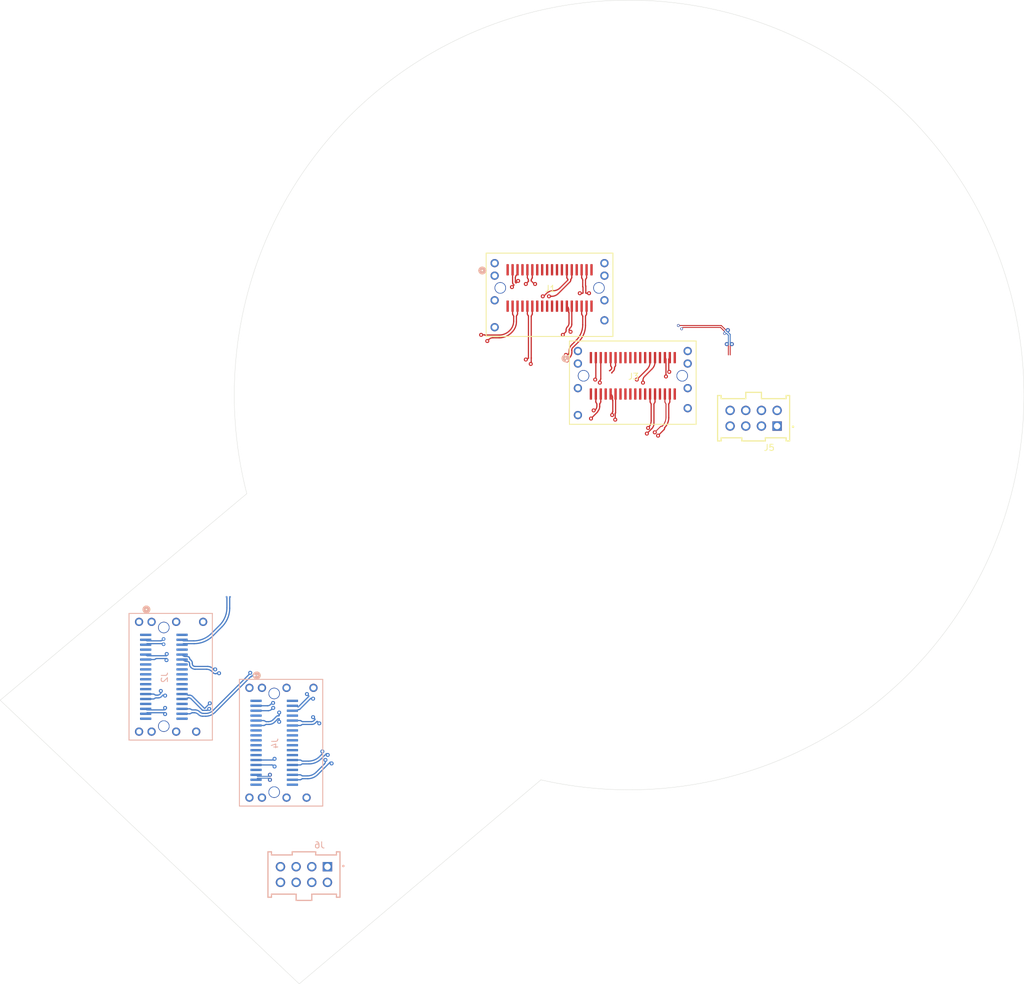
<source format=kicad_pcb>
(kicad_pcb (version 20241229) (generator "pcbnew") (generator_version "9.0")
  (layers (0 "F.Cu" signal "TopLayer") (4 "In1.Cu" signal "Inner1") (6 "In2.Cu" signal "Inner2") (8 "In3.Cu" signal) (10 "In4.Cu" signal) (2 "B.Cu" signal "BottomLayer") (13 "F.Paste" user "TopPasteMaskLayer") (15 "B.Paste" user "BottomPasteMaskLayer") (5 "F.SilkS" user "TopSilkLayer") (7 "B.SilkS" user "BottomSilkLayer") (1 "F.Mask" user "TopSolderMaskLayer") (3 "B.Mask" user "BottomSolderMaskLayer") (25 "Edge.Cuts" user))
  (net 0 "")
  (net 1 "DGND")
  (net 2 "Test_point{0}_P")
  (net 3 "WORD_CLK_0a_P")
  (net 4 "SER_CLK_0a_P")
  (net 5 "DATA_OUT_1a_P")
  (net 6 "RD_CLK0a_P")
  (net 7 "WORD_CLK_1a_P")
  (net 8 "SER_CLK_1a_P")
  (net 9 "DATA_OUT_0a_P")
  (net 10 "ASIC_GR")
  (net 11 "SACI_CLK_P")
  (net 12 "ASIC{0}_SACI_SEL")
  (net 13 "ASIC_SampClkEn_P")
  (net 14 "SPARE_HR{0}_P")
  (net 15 "ASIC{0123}_DM_SN_IO")
  (net 16 "ASIC_SR0_P")
  (net 17 "SACI_CMD_P")
  (net 18 "SACI_RESP_P")
  (net 19 "ASIC_PULSE")
  (net 20 "/VDD1")
  (net 21 "AGND")
  (net 22 "/VDD2")
  (net 23 "Test_point{0}_N")
  (net 24 "RD_CLK0a_N")
  (net 25 "WORD_CLK_0a_N")
  (net 26 "DATA_OUT_1a_N")
  (net 27 "SER_CLK_0a_N")
  (net 28 "SER_CLK_1a_N")
  (net 29 "DATA_OUT_0a_N")
  (net 30 "WORD_CLK_1a_N")
  (net 31 "SPARE_HR{0}_N")
  (net 32 "SACI_RESP_N")
  (net 33 "ASIC_SampClkEn_N")
  (net 34 "SACI_CMD_N")
  (net 35 "SACI_CLK_N")
  (net 36 "ASIC_SR0_N")
  (footprint "lib:SAMTEC_IPL1-104-01-L-D-K" (layer "F.Cu") (at 195.69 88.77 180)
    (property "Reference" "J5")
    (property "Value" "IPL1-104-01-L-D-K")
  )
  (footprint "Connector_SATA_SAS:CONN MINI SAS RCPT 36POS SLD SMD" (layer "F.Cu") (at 169.3024 79.063 180)
    (property "Reference" "J3")
    (property "Value" "CONN_MINI_SAS_RCPT_36POS_SLD_SMD")
  )
  (footprint "Connector_SATA_SAS:CONN MINI SAS RCPT 36POS SLD SMD" (layer "F.Cu") (at 155.8024 64.813 180)
    (property "Reference" "J1")
    (property "Value" "CONN_MINI_SAS_RCPT_36POS_SLD_SMD")
  )
  (footprint "Connector_SATA_SAS:CONN MINI SAS RCPT 36POS SLD SMD" (layer "B.Cu") (at 97.22 123.9 90)
    (property "Reference" "J2")
    (property "Value" "CONN_MINI_SAS_RCPT_36POS_SLD_SMD")
  )
  (footprint "Connector_SATA_SAS:CONN MINI SAS RCPT 36POS SLD SMD" (layer "B.Cu") (at 115.12 134.6 90)
    (property "Reference" "J4")
    (property "Value" "CONN_MINI_SAS_RCPT_36POS_SLD_SMD")
  )
  (footprint "lib:SAMTEC_IPL1-104-01-L-D-K" (layer "B.Cu") (at 122.77 162.77 180)
    (property "Reference" "J6")
    (property "Value" "IPL1-104-01-L-D-K")
  )
  (gr_line (start 122 180.5) (end 161.196947 147.41332) (stroke (width 0.05)) (layer "Edge.Cuts"))
  (gr_arc (start 113.5 101) (mid 220.155213 39.109784) (end 161.196947 147.413321) (stroke (width 0.05)) (layer "Edge.Cuts"))
  (gr_line (start 122 180.5) (end 73.5 134.5) (stroke (width 0.05)) (layer "Edge.Cuts"))
  (gr_line (start 113.5 101) (end 73.5 134.5) (stroke (width 0.05)) (layer "Edge.Cuts"))
  (segment (start 167.9774 67.418741) (end 167.9774 66.363344) (width 0.2) (layer "F.Cu") (net 2))
  (segment (start 167.8024 65.940857) (end 167.8024 64.693) (width 0.2) (layer "F.Cu") (net 2))
  (segment (start 168.025 68.414644) (end 168.025 67.533658) (width 0.2) (layer "F.Cu") (net 2))
  (segment (start 167.5 68.5) (end 167.957322 68.5) (width 0.2) (layer "F.Cu") (net 2))
  (segment (start 168 68.475) (end 167.9875 68.4875) (width 0.2) (layer "F.Cu") (net 2))
  (via micro (at 167.5 68.5) (size 0.66) (drill 0.3) (layers "F.Cu" "In1.Cu") (net 2))
  (arc (start 168.0012 67.4762) (mid 167.983585 67.449837) (end 167.9774 67.418741) (width 0.2) (layer "F.Cu") (net 2))
  (arc (start 167.9875 68.4875) (mid 167.973654 68.496751) (end 167.957322 68.5) (width 0.2) (layer "F.Cu") (net 2))
  (arc (start 168.0012 67.4762) (mid 168.018814 67.502562) (end 168.025 67.533658) (width 0.2) (layer "F.Cu") (net 2))
  (arc (start 168 68.475) (mid 168.018502 68.447308) (end 168.025 68.414644) (width 0.2) (layer "F.Cu") (net 2))
  (arc (start 167.8899 66.152101) (mid 167.954659 66.24902) (end 167.9774 66.363344) (width 0.2) (layer "F.Cu") (net 2))
  (arc (start 167.8899 66.152101) (mid 167.82514 66.055181) (end 167.8024 65.940857) (width 0.2) (layer "F.Cu") (net 2))
  (segment (start 100.2375 136.037499) (end 100.225 136.049999) (width 0.2) (layer "B.Cu") (net 2))
  (segment (start 100.25 135.75) (end 100.25 136.007321) (width 0.2) (layer "B.Cu") (net 2))
  (segment (start 100.164646 136.074999) (end 97.398741 136.074999) (width 0.2) (layer "B.Cu") (net 2))
  (segment (start 97.187499 135.987499) (end 97.1 135.9) (width 0.2) (layer "B.Cu") (net 2))
  (arc (start 100.25 136.007321) (mid 100.246751 136.023653) (end 100.2375 136.037499) (width 0.2) (layer "B.Cu") (net 2))
  (arc (start 100.164646 136.074999) (mid 100.197309 136.068501) (end 100.225 136.049999) (width 0.2) (layer "B.Cu") (net 2))
  (arc (start 97.398741 136.074999) (mid 97.284417 136.052258) (end 97.187499 135.987499) (width 0.2) (layer "B.Cu") (net 2))
  (via micro (at 100.25 135.75) (size 0.66) (drill 0.3) (layers "In1.Cu" "B.Cu") (net 2))
  (segment (start 165.274999 74.494375) (end 165.274999 74.609688) (width 0.2) (layer "F.Cu") (net 3))
  (segment (start 164.75 75.25) (end 165.19346 74.806539) (width 0.2) (layer "F.Cu") (net 3))
  (segment (start 165.7109 71.576157) (end 165.7109 71.119642) (width 0.2) (layer "F.Cu") (net 3))
  (segment (start 165.55665 70.74725) (end 165.4024 70.593) (width 0.2) (layer "F.Cu") (net 3))
  (segment (start 165.752399 73.34183) (end 165.752399 71.676345) (width 0.2) (layer "F.Cu") (net 3))
  (via micro (at 164.75 75.25) (size 0.66) (drill 0.3) (layers "F.Cu" "In1.Cu") (net 3))
  (arc (start 165.513699 73.918103) (mid 165.337035 74.182498) (end 165.274999 74.494375) (width 0.2) (layer "F.Cu") (net 3))
  (arc (start 165.752399 73.34183) (mid 165.690362 73.653706) (end 165.513699 73.918103) (width 0.2) (layer "F.Cu") (net 3))
  (arc (start 165.7109 71.576157) (mid 165.716292 71.603267) (end 165.731649 71.626251) (width 0.2) (layer "F.Cu") (net 3))
  (arc (start 165.274999 74.609688) (mid 165.253807 74.716223) (end 165.19346 74.806539) (width 0.2) (layer "F.Cu") (net 3))
  (arc (start 165.7109 71.119642) (mid 165.670811 70.918104) (end 165.55665 70.74725) (width 0.2) (layer "F.Cu") (net 3))
  (arc (start 165.731649 71.626251) (mid 165.747006 71.649234) (end 165.752399 71.676345) (width 0.2) (layer "F.Cu") (net 3))
  (segment (start 103.600156 133.5) (end 103 133.5) (width 0.2) (layer "B.Cu") (net 3))
  (segment (start 104.022643 133.675) (end 104.196049 133.675) (width 0.2) (layer "B.Cu") (net 3))
  (segment (start 106.598743 135.780544) (end 104.703315 133.885116) (width 0.2) (layer "B.Cu") (net 3))
  (segment (start 107.5 135) (end 106.706955 135.793044) (width 0.2) (layer "B.Cu") (net 3))
  (segment (start 106.676777 135.805545) (end 106.659099 135.805545) (width 0.2) (layer "B.Cu") (net 3))
  (arc (start 104.196049 133.675) (mid 104.470579 133.729607) (end 104.703315 133.885116) (width 0.2) (layer "B.Cu") (net 3))
  (arc (start 106.598743 135.780544) (mid 106.626434 135.799047) (end 106.659099 135.805545) (width 0.2) (layer "B.Cu") (net 3))
  (arc (start 106.706955 135.793044) (mid 106.693109 135.802296) (end 106.676777 135.805545) (width 0.2) (layer "B.Cu") (net 3))
  (arc (start 103.8114 133.5875) (mid 103.71448 133.52274) (end 103.600156 133.5) (width 0.2) (layer "B.Cu") (net 3))
  (arc (start 104.022643 133.675) (mid 103.908319 133.652259) (end 103.8114 133.5875) (width 0.2) (layer "B.Cu") (net 3))
  (via micro (at 107.5 135) (size 0.66) (drill 0.3) (layers "In1.Cu" "B.Cu") (net 3))
  (segment (start 159.177399 79.000001) (end 159.1774 78.999998) (width 0.2) (layer "F.Cu") (net 4))
  (segment (start 159.177399 79.000001) (end 158.99012 79.187279) (width 0.2) (layer "F.Cu") (net 4))
  (segment (start 159.1774 78.999998) (end 159.1774 72.263344) (width 0.2) (layer "F.Cu") (net 4))
  (segment (start 159.1774 78.999999) (end 159.177399 79.000001) (width 0.2) (layer "F.Cu") (net 4))
  (segment (start 158.75 79.25) (end 158.8387 79.25) (width 0.2) (layer "F.Cu") (net 4))
  (segment (start 159.0024 71.840857) (end 159.0024 70.593) (width 0.2) (layer "F.Cu") (net 4))
  (via micro (at 158.75 79.25) (size 0.66) (drill 0.3) (layers "F.Cu" "In1.Cu") (net 4))
  (arc (start 158.99012 79.187279) (mid 158.920648 79.233699) (end 158.8387 79.25) (width 0.2) (layer "F.Cu") (net 4))
  (arc (start 159.177399 79.000001) (mid 159.177399 79.000001) (end 159.177399 79.000001) (width 0.2) (layer "F.Cu") (net 4))
  (arc (start 159.1774 78.999998) (mid 159.177399 79) (end 159.177399 79.000001) (width 0.2) (layer "F.Cu") (net 4))
  (arc (start 159.177399 79.000001) (mid 159.177399 79) (end 159.177399 79.000001) (width 0.2) (layer "F.Cu") (net 4))
  (arc (start 159.0899 72.052101) (mid 159.154659 72.14902) (end 159.1774 72.263344) (width 0.2) (layer "F.Cu") (net 4))
  (arc (start 159.177399 79.000001) (mid 159.177399 79) (end 159.1774 78.999999) (width 0.2) (layer "F.Cu") (net 4))
  (arc (start 159.0899 72.052101) (mid 159.02514 71.955181) (end 159.0024 71.840857) (width 0.2) (layer "F.Cu") (net 4))
  (segment (start 103.869031 127.4085) (end 103.526642 127.4085) (width 0.2) (layer "B.Cu") (net 4))
  (segment (start 108.075763 129.440761) (end 108.016524 129.381522) (width 0.2) (layer "B.Cu") (net 4))
  (segment (start 104.66538 128.495195) (end 104.66538 128.5818) (width 0.2) (layer "B.Cu") (net 4))
  (segment (start 108.373046 129.5) (end 108.218778 129.5) (width 0.2) (layer "B.Cu") (net 4))
  (segment (start 107.155803 129.025) (end 105.108579 129.025) (width 0.2) (layer "B.Cu") (net 4))
  (segment (start 104.273252 127.832882) (end 104.47433 128.03396) (width 0.2) (layer "B.Cu") (net 4))
  (segment (start 104.157547 127.553545) (end 104.113951 127.509949) (width 0.2) (layer "B.Cu") (net 4))
  (segment (start 103.15425 127.25425) (end 103 127.1) (width 0.2) (layer "B.Cu") (net 4))
  (arc (start 104.79519 128.89519) (mid 104.699116 128.751405) (end 104.66538 128.5818) (width 0.2) (layer "B.Cu") (net 4))
  (arc (start 104.157547 127.553545) (mid 104.200364 127.617625) (end 104.2154 127.693214) (width 0.2) (layer "B.Cu") (net 4))
  (arc (start 104.79519 128.89519) (mid 104.938974 128.991263) (end 105.108579 129.025) (width 0.2) (layer "B.Cu") (net 4))
  (arc (start 108.075763 129.440761) (mid 108.141378 129.484604) (end 108.218778 129.5) (width 0.2) (layer "B.Cu") (net 4))
  (arc (start 104.2154 127.693214) (mid 104.230435 127.768801) (end 104.273252 127.832882) (width 0.2) (layer "B.Cu") (net 4))
  (arc (start 107.155803 129.025) (mid 107.621621 129.117657) (end 108.016524 129.381522) (width 0.2) (layer "B.Cu") (net 4))
  (arc (start 104.47433 128.03396) (mid 104.615727 128.245576) (end 104.66538 128.495195) (width 0.2) (layer "B.Cu") (net 4))
  (arc (start 103.15425 127.25425) (mid 103.325104 127.368411) (end 103.526642 127.4085) (width 0.2) (layer "B.Cu") (net 4))
  (arc (start 103.869031 127.4085) (mid 104.00158 127.434865) (end 104.113951 127.509949) (width 0.2) (layer "B.Cu") (net 4))
  (via micro (at 108.373046 129.5) (size 0.66) (drill 0.3) (layers "In1.Cu" "B.Cu") (net 4))
  (segment (start 156.807944 67.159099) (end 156.807944 67.175577) (width 0.2) (layer "F.Cu") (net 5))
  (segment (start 156.5 67.5) (end 156.796291 67.203708) (width 0.2) (layer "F.Cu") (net 5))
  (segment (start 156.782943 67.098743) (end 156.70517 67.02097) (width 0.2) (layer "F.Cu") (net 5))
  (segment (start 156.602397 66.772853) (end 156.602397 64.693) (width 0.2) (layer "F.Cu") (net 5))
  (via micro (at 156.5 67.5) (size 0.66) (drill 0.3) (layers "F.Cu" "In1.Cu") (net 5))
  (arc (start 156.782943 67.098743) (mid 156.801446 67.126434) (end 156.807944 67.159099) (width 0.2) (layer "F.Cu") (net 5))
  (arc (start 156.70517 67.02097) (mid 156.629106 66.907133) (end 156.602397 66.772853) (width 0.2) (layer "F.Cu") (net 5))
  (arc (start 156.807944 67.175577) (mid 156.804915 67.190801) (end 156.796291 67.203708) (width 0.2) (layer "F.Cu") (net 5))
  (segment (start 99.487869 124.874999) (end 97.398747 124.874999) (width 0.2) (layer "B.Cu") (net 5))
  (segment (start 100 124.575) (end 99.85 124.724999) (width 0.2) (layer "B.Cu") (net 5))
  (segment (start 97.187501 124.787498) (end 97.1 124.699997) (width 0.2) (layer "B.Cu") (net 5))
  (arc (start 99.487869 124.874999) (mid 99.683853 124.836015) (end 99.85 124.724999) (width 0.2) (layer "B.Cu") (net 5))
  (arc (start 97.187501 124.787498) (mid 97.284421 124.852258) (end 97.398747 124.874999) (width 0.2) (layer "B.Cu") (net 5))
  (via blind (at 100 124.575) (size 0.6) (drill 0.3) (layers "In1.Cu" "B.Cu") (net 5))
  (segment (start 167.9774 73.605823) (end 167.9774 72.263344) (width 0.2) (layer "F.Cu") (net 6))
  (segment (start 167.8024 71.840857) (end 167.8024 70.593) (width 0.2) (layer "F.Cu") (net 6))
  (segment (start 165.25 78.5) (end 165.445312 78.5) (width 0.2) (layer "F.Cu") (net 6))
  (segment (start 165.66817 78.369453) (end 165.602896 78.434726) (width 0.2) (layer "F.Cu") (net 6))
  (segment (start 166.940623 76.108821) (end 166.170467 76.878978) (width 0.2) (layer "F.Cu") (net 6))
  (via micro (at 165.25 78.5) (size 0.66) (drill 0.3) (layers "F.Cu" "In1.Cu") (net 6))
  (arc (start 165.602896 78.434726) (mid 165.530596 78.483035) (end 165.445312 78.5) (width 0.2) (layer "F.Cu") (net 6))
  (arc (start 167.9774 72.263344) (mid 167.954659 72.14902) (end 167.8899 72.052101) (width 0.2) (layer "F.Cu") (net 6))
  (arc (start 166.940623 76.108821) (mid 167.70795 74.960436) (end 167.9774 73.605823) (width 0.2) (layer "F.Cu") (net 6))
  (arc (start 167.8024 71.840857) (mid 167.82514 71.955181) (end 167.8899 72.052101) (width 0.2) (layer "F.Cu") (net 6))
  (arc (start 165.77012 77.845503) (mid 165.874166 77.322423) (end 166.170467 76.878978) (width 0.2) (layer "F.Cu") (net 6))
  (arc (start 165.77012 77.845503) (mid 165.743856 78.112168) (end 165.66817 78.369453) (width 0.2) (layer "F.Cu") (net 6))
  (segment (start 104.247857 135.9) (end 103 135.9) (width 0.2) (layer "B.Cu") (net 6))
  (segment (start 114.055545 130.0909) (end 114.055545 130.055545) (width 0.2) (layer "B.Cu") (net 6))
  (segment (start 106.82754 136.645455) (end 106.522106 136.645455) (width 0.2) (layer "B.Cu") (net 6))
  (segment (start 105.144906 136.075) (end 104.670344 136.075) (width 0.2) (layer "B.Cu") (net 6))
  (segment (start 114.030544 130.151256) (end 108.037547 136.144253) (width 0.2) (layer "B.Cu") (net 6))
  (arc (start 106.522106 136.645455) (mid 106.149438 136.571326) (end 105.833506 136.360227) (width 0.2) (layer "B.Cu") (net 6))
  (arc (start 105.144906 136.075) (mid 105.517573 136.149128) (end 105.833506 136.360227) (width 0.2) (layer "B.Cu") (net 6))
  (arc (start 104.459101 135.9875) (mid 104.55602 136.052259) (end 104.670344 136.075) (width 0.2) (layer "B.Cu") (net 6))
  (arc (start 114.055545 130.0909) (mid 114.049047 130.123564) (end 114.030544 130.151256) (width 0.2) (layer "B.Cu") (net 6))
  (arc (start 104.247857 135.9) (mid 104.362181 135.92274) (end 104.459101 135.9875) (width 0.2) (layer "B.Cu") (net 6))
  (arc (start 106.82754 136.645455) (mid 107.482391 136.515196) (end 108.037547 136.144253) (width 0.2) (layer "B.Cu") (net 6))
  (via micro (at 114.055545 130.055545) (size 0.66) (drill 0.3) (layers "In1.Cu" "B.Cu") (net 6))
  (segment (start 165.536811 66.199012) (end 165.4899 66.152101) (width 0.2) (layer "F.Cu") (net 7))
  (segment (start 165.4024 65.940857) (end 165.4024 64.693) (width 0.2) (layer "F.Cu") (net 7))
  (segment (start 162.091045 68.546142) (end 161.685691 68.951496) (width 0.2) (layer "F.Cu") (net 7))
  (segment (start 163.186754 68.092285) (end 163.192209 68.092285) (width 0.2) (layer "F.Cu") (net 7))
  (segment (start 161.5 69) (end 161.568594 69) (width 0.2) (layer "F.Cu") (net 7))
  (segment (start 164.29723 67.63457) (end 165.536811 66.39499) (width 0.2) (layer "F.Cu") (net 7))
  (via micro (at 161.5 69) (size 0.66) (drill 0.3) (layers "F.Cu" "In1.Cu") (net 7))
  (arc (start 165.5774 66.297001) (mid 165.566851 66.24397) (end 165.536811 66.199012) (width 0.2) (layer "F.Cu") (net 7))
  (arc (start 164.29723 67.63457) (mid 163.790242 67.973328) (end 163.192209 68.092285) (width 0.2) (layer "F.Cu") (net 7))
  (arc (start 163.186754 68.092285) (mid 162.59376 68.210238) (end 162.091045 68.546142) (width 0.2) (layer "F.Cu") (net 7))
  (arc (start 165.4899 66.152101) (mid 165.42514 66.055181) (end 165.4024 65.940857) (width 0.2) (layer "F.Cu") (net 7))
  (arc (start 161.685691 68.951496) (mid 161.631966 68.987394) (end 161.568594 69) (width 0.2) (layer "F.Cu") (net 7))
  (arc (start 165.5774 66.297001) (mid 165.566851 66.350032) (end 165.536811 66.39499) (width 0.2) (layer "F.Cu") (net 7))
  (segment (start 99.555545 133) (end 99.555545 133.3409) (width 0.2) (layer "B.Cu") (net 7))
  (segment (start 99.406173 133.525628) (end 99.530544 133.401256) (width 0.2) (layer "B.Cu") (net 7))
  (segment (start 98.347857 133.5) (end 97.1 133.5) (width 0.2) (layer "B.Cu") (net 7))
  (segment (start 99.045557 133.675) (end 98.770344 133.675) (width 0.2) (layer "B.Cu") (net 7))
  (arc (start 98.770344 133.675) (mid 98.65602 133.652259) (end 98.559101 133.5875) (width 0.2) (layer "B.Cu") (net 7))
  (arc (start 98.347857 133.5) (mid 98.462181 133.52274) (end 98.559101 133.5875) (width 0.2) (layer "B.Cu") (net 7))
  (arc (start 99.555545 133.3409) (mid 99.549047 133.373564) (end 99.530544 133.401256) (width 0.2) (layer "B.Cu") (net 7))
  (arc (start 99.406173 133.525628) (mid 99.24072 133.636179) (end 99.045557 133.675) (width 0.2) (layer "B.Cu") (net 7))
  (via micro (at 99.555545 133) (size 0.66) (drill 0.3) (layers "In1.Cu" "B.Cu") (net 7))
  (segment (start 159.177399 66.500001) (end 159.177399 66.536301) (width 0.2) (layer "F.Cu") (net 8))
  (segment (start 159.1774 66.499999) (end 159.177399 66.500001) (width 0.2) (layer "F.Cu") (net 8))
  (segment (start 158.75 67) (end 159.151731 66.598268) (width 0.2) (layer "F.Cu") (net 8))
  (segment (start 159.177399 66.500001) (end 159.1774 66.499998) (width 0.2) (layer "F.Cu") (net 8))
  (segment (start 159.0024 65.940857) (end 159.0024 64.693) (width 0.2) (layer "F.Cu") (net 8))
  (segment (start 159.1774 66.363344) (end 159.1774 66.499998) (width 0.2) (layer "F.Cu") (net 8))
  (via micro (at 158.75 67) (size 0.66) (drill 0.3) (layers "F.Cu" "In1.Cu") (net 8))
  (arc (start 159.1774 66.499998) (mid 159.177399 66.5) (end 159.177399 66.500001) (width 0.2) (layer "F.Cu") (net 8))
  (arc (start 159.1774 66.363344) (mid 159.154659 66.24902) (end 159.0899 66.152101) (width 0.2) (layer "F.Cu") (net 8))
  (arc (start 159.177399 66.500001) (mid 159.177399 66.500001) (end 159.177399 66.500001) (width 0.2) (layer "F.Cu") (net 8))
  (arc (start 159.177399 66.536301) (mid 159.170728 66.569837) (end 159.151731 66.598268) (width 0.2) (layer "F.Cu") (net 8))
  (arc (start 159.177399 66.500001) (mid 159.177399 66.5) (end 159.1774 66.499999) (width 0.2) (layer "F.Cu") (net 8))
  (arc (start 159.177399 66.500001) (mid 159.177399 66.5) (end 159.177399 66.500001) (width 0.2) (layer "F.Cu") (net 8))
  (arc (start 159.0024 65.940857) (mid 159.02514 66.055181) (end 159.0899 66.152101) (width 0.2) (layer "F.Cu") (net 8))
  (segment (start 100.5 127.249999) (end 100.4875 127.262499) (width 0.2) (layer "B.Cu") (net 8))
  (segment (start 97.193749 127.193749) (end 97.1 127.1) (width 0.2) (layer "B.Cu") (net 8))
  (segment (start 97.42008 127.287499) (end 100.427146 127.287499) (width 0.2) (layer "B.Cu") (net 8))
  (segment (start 100.5125 127.219821) (end 100.5125 127) (width 0.2) (layer "B.Cu") (net 8))
  (arc (start 97.42008 127.287499) (mid 97.29759 127.263134) (end 97.193749 127.193749) (width 0.2) (layer "B.Cu") (net 8))
  (arc (start 100.427146 127.287499) (mid 100.459809 127.281001) (end 100.4875 127.262499) (width 0.2) (layer "B.Cu") (net 8))
  (arc (start 100.5125 127.219821) (mid 100.509251 127.236153) (end 100.5 127.249999) (width 0.2) (layer "B.Cu") (net 8))
  (via micro (at 100.5125 127) (size 0.66) (drill 0.3) (layers "In1.Cu" "B.Cu") (net 8))
  (segment (start 156.0921 74.589701) (end 156.153447 74.528353) (width 0.2) (layer "F.Cu") (net 9))
  (segment (start 152.140681 75.283602) (end 152.174283 75.317204) (width 0.2) (layer "F.Cu") (net 9))
  (segment (start 156.777399 73.022003) (end 156.777399 72.263348) (width 0.2) (layer "F.Cu") (net 9))
  (segment (start 152.402906 75.275) (end 154.437643 75.275) (width 0.2) (layer "F.Cu") (net 9))
  (segment (start 156.602397 71.840855) (end 156.602397 70.593) (width 0.2) (layer "F.Cu") (net 9))
  (segment (start 151.5 75.25) (end 152.059558 75.25) (width 0.2) (layer "F.Cu") (net 9))
  (via micro (at 151.5 75.25) (size 0.66) (drill 0.3) (layers "F.Cu" "In1.Cu") (net 9))
  (arc (start 156.777399 72.263348) (mid 156.754658 72.149022) (end 156.689898 72.052102) (width 0.2) (layer "F.Cu") (net 9))
  (arc (start 156.0921 74.589701) (mid 155.333028 75.096896) (end 154.437643 75.275) (width 0.2) (layer "F.Cu") (net 9))
  (arc (start 156.153447 74.528353) (mid 156.615239 73.837234) (end 156.777399 73.022003) (width 0.2) (layer "F.Cu") (net 9))
  (arc (start 152.402906 75.275) (mid 152.286993 75.286416) (end 152.174283 75.317204) (width 0.2) (layer "F.Cu") (net 9))
  (arc (start 152.140681 75.283602) (mid 152.103461 75.258732) (end 152.059558 75.25) (width 0.2) (layer "F.Cu") (net 9))
  (arc (start 156.689898 72.052102) (mid 156.625137 71.955181) (end 156.602397 71.840855) (width 0.2) (layer "F.Cu") (net 9))
  (segment (start 110.274999 119.478401) (end 110.274999 117.835353) (width 0.2) (layer "B.Cu") (net 9))
  (segment (start 110.249999 117.774999) (end 110.225 117.75) (width 0.2) (layer "B.Cu") (net 9))
  (segment (start 107.752449 123.679351) (end 109.088189 122.343612) (width 0.2) (layer "B.Cu") (net 9))
  (segment (start 103.087501 124.787498) (end 103 124.699997) (width 0.2) (layer "B.Cu") (net 9))
  (segment (start 103.298747 124.874999) (end 104.865902 124.874999) (width 0.2) (layer "B.Cu") (net 9))
  (arc (start 110.249999 117.774999) (mid 110.268501 117.802689) (end 110.274999 117.835353) (width 0.2) (layer "B.Cu") (net 9))
  (arc (start 109.088189 122.343612) (mid 109.966557 121.029042) (end 110.274999 119.478401) (width 0.2) (layer "B.Cu") (net 9))
  (arc (start 107.752449 123.679351) (mid 106.42809 124.56426) (end 104.865902 124.874999) (width 0.2) (layer "B.Cu") (net 9))
  (arc (start 103.087501 124.787498) (mid 103.184421 124.852258) (end 103.298747 124.874999) (width 0.2) (layer "B.Cu") (net 9))
  (via micro (at 110.225 117.75) (size 0.3) (drill 0.1) (layers "In1.Cu" "B.Cu") (net 9))
  (segment (start 178.9024 79.6453) (end 178.9024 78.943) (width 0.2) (layer "F.Cu") (net 10))
  (segment (start 176.75 82.5) (end 178.405798 80.844201) (width 0.2) (layer "F.Cu") (net 10))
  (via micro (at 176.75 82.5) (size 0.66) (drill 0.3) (layers "F.Cu" "In2.Cu") (net 10))
  (arc (start 178.9024 79.6453) (mid 178.773337 80.29414) (end 178.405798 80.844201) (width 0.2) (layer "F.Cu") (net 10))
  (segment (start 117.914644 144.2) (end 115 144.2) (width 0.2) (layer "B.Cu") (net 10))
  (segment (start 117.931652 144.199848) (end 117.965826 144.165674) (width 0.2) (layer "B.Cu") (net 10))
  (segment (start 118 144.08317) (end 118 144) (width 0.2) (layer "B.Cu") (net 10))
  (arc (start 118 144.08317) (mid 117.991118 144.12782) (end 117.965826 144.165674) (width 0.2) (layer "B.Cu") (net 10))
  (arc (start 117.931652 144.199848) (mid 117.923009 144.200415) (end 117.914644 144.2) (width 0.2) (layer "B.Cu") (net 10))
  (via micro (at 118 144) (size 0.66) (drill 0.3) (layers "In2.Cu" "B.Cu") (net 10))
  (segment (start 178.9024 86.090857) (end 178.9024 84.843) (width 0.2) (layer "F.Cu") (net 11))
  (segment (start 179.0774 86.513344) (end 179.0774 89.15684) (width 0.2) (layer "F.Cu") (net 11))
  (via micro (at 178.58415 90.347651) (size 0.66) (drill 0.3) (layers "F.Cu" "In2.Cu") (net 11))
  (arc (start 179.0774 86.513344) (mid 179.054659 86.39902) (end 178.9899 86.302101) (width 0.2) (layer "F.Cu") (net 11))
  (arc (start 178.9899 86.302101) (mid 178.92514 86.205181) (end 178.9024 86.090857) (width 0.2) (layer "F.Cu") (net 11))
  (arc (start 178.58415 90.347651) (mid 178.949208 89.801302) (end 179.0774 89.15684) (width 0.2) (layer "F.Cu") (net 11))
  (segment (start 122.570344 144.375) (end 123.501701 144.375) (width 0.2) (layer "B.Cu") (net 11))
  (segment (start 122.147857 144.2) (end 120.9 144.2) (width 0.2) (layer "B.Cu") (net 11))
  (segment (start 125.30287 143.628931) (end 125.616973 143.314827) (width 0.2) (layer "B.Cu") (net 11))
  (segment (start 125.75 142.993673) (end 125.75 142.805545) (width 0.2) (layer "B.Cu") (net 11))
  (arc (start 122.570344 144.375) (mid 122.45602 144.352259) (end 122.359101 144.2875) (width 0.2) (layer "B.Cu") (net 11))
  (arc (start 125.75 142.993673) (mid 125.715427 143.16748) (end 125.616973 143.314827) (width 0.2) (layer "B.Cu") (net 11))
  (arc (start 122.147857 144.2) (mid 122.262181 144.22274) (end 122.359101 144.2875) (width 0.2) (layer "B.Cu") (net 11))
  (arc (start 125.30287 143.628931) (mid 124.476486 144.181102) (end 123.501701 144.375) (width 0.2) (layer "B.Cu") (net 11))
  (via micro (at 125.75 142.805545) (size 0.66) (drill 0.3) (layers "In2.Cu" "B.Cu") (net 11))
  (segment (start 170.003371 82.498025) (end 170.052186 82.498025) (width 0.2) (layer "F.Cu") (net 12))
  (segment (start 170.000987 82.499012) (end 170 82.5) (width 0.2) (layer "F.Cu") (net 12))
  (segment (start 170.102397 82.447814) (end 170.102397 78.943) (width 0.2) (layer "F.Cu") (net 12))
  (via micro (at 170 82.5) (size 0.66) (drill 0.3) (layers "F.Cu" "In2.Cu") (net 12))
  (arc (start 170.003371 82.498025) (mid 170.002081 82.498281) (end 170.000987 82.499012) (width 0.2) (layer "F.Cu") (net 12))
  (arc (start 170.102397 82.447814) (mid 170.08769 82.483318) (end 170.052186 82.498025) (width 0.2) (layer "F.Cu") (net 12))
  (segment (start 117.497102 135.052891) (end 117.349995 135.199998) (width 0.2) (layer "B.Cu") (net 12))
  (segment (start 117.662194 135) (end 117.624794 135) (width 0.2) (layer "B.Cu") (net 12))
  (segment (start 117.726039 134.973554) (end 117.762094 134.9375) (width 0.2) (layer "B.Cu") (net 12))
  (segment (start 116.867156 135.399997) (end 115 135.399997) (width 0.2) (layer "B.Cu") (net 12))
  (arc (start 117.497102 135.052891) (mid 117.555687 135.013745) (end 117.624794 135) (width 0.2) (layer "B.Cu") (net 12))
  (arc (start 117.726039 134.973554) (mid 117.696746 134.993126) (end 117.662194 135) (width 0.2) (layer "B.Cu") (net 12))
  (arc (start 116.867156 135.399997) (mid 117.128466 135.348018) (end 117.349995 135.199998) (width 0.2) (layer "B.Cu") (net 12))
  (via micro (at 117.762094 134.9375) (size 0.66) (drill 0.3) (layers "In2.Cu" "B.Cu") (net 12))
  (segment (start 172.3409 81.055545) (end 172.305545 81.055545) (width 0.2) (layer "F.Cu") (net 13))
  (segment (start 191.51658 74.48342) (end 191.198947 74.48342) (width 0.1524) (layer "F.Cu") (net 13))
  (segment (start 172.401256 81.030544) (end 172.583778 80.848021) (width 0.2) (layer "F.Cu") (net 13))
  (segment (start 191.198947 74.48342) (end 190.448947 73.73342) (width 0.1524) (layer "F.Cu") (net 13))
  (segment (start 190.448947 73.73342) (end 183.48342 73.73342) (width 0.1524) (layer "F.Cu") (net 13))
  (segment (start 192.1562 76.75) (end 191.9024 77.0038) (width 0.1524) (layer "F.Cu") (net 13))
  (segment (start 191.9024 77.0038) (end 191.9024 78.5) (width 0.1524) (layer "F.Cu") (net 13))
  (segment (start 172.5024 80.190857) (end 172.5024 78.943) (width 0.2) (layer "F.Cu") (net 13))
  (segment (start 172.6774 80.613344) (end 172.6774 80.622001) (width 0.2) (layer "F.Cu") (net 13))
  (via (at 192.1562 76.75) (size 0.66) (drill 0.3) (layers "F.Cu" "B.Cu") (net 13))
  (via (at 191.51658 74.48342) (size 0.66) (drill 0.3) (layers "F.Cu" "B.Cu") (net 13))
  (via (at 183.48342 73.73342) (size 0.4572) (drill 0.254) (layers "F.Cu" "B.Cu") (net 13))
  (arc (start 172.5899 80.402101) (mid 172.654659 80.49902) (end 172.6774 80.613344) (width 0.2) (layer "F.Cu") (net 13))
  (arc (start 172.5899 80.402101) (mid 172.52514 80.305181) (end 172.5024 80.190857) (width 0.2) (layer "F.Cu") (net 13))
  (arc (start 172.401256 81.030544) (mid 172.373564 81.049047) (end 172.3409 81.055545) (width 0.2) (layer "F.Cu") (net 13))
  (arc (start 172.6774 80.622001) (mid 172.653068 80.744322) (end 172.583778 80.848021) (width 0.2) (layer "F.Cu") (net 13))
  (segment (start 191.51658 74.48342) (end 191.51658 74.801053) (width 0.1524) (layer "B.Cu") (net 13))
  (segment (start 118.664646 137.024999) (end 118.553402 137.024999) (width 0.2) (layer "B.Cu") (net 13))
  (segment (start 118.725 136.999999) (end 118.7375 136.987499) (width 0.2) (layer "B.Cu") (net 13))
  (segment (start 117.001701 137.975) (end 116.670344 137.975) (width 0.2) (layer "B.Cu") (net 13))
  (segment (start 191.198947 74.48342) (end 191.150153 74.434627) (width 0.1524) (layer "B.Cu") (net 13))
  (segment (start 116.247857 137.8) (end 115 137.8) (width 0.2) (layer "B.Cu") (net 13))
  (segment (start 191.902401 75.186874) (end 191.902401 76.496201) (width 0.1524) (layer "B.Cu") (net 13))
  (segment (start 118.303141 137.12866) (end 117.778606 137.653195) (width 0.2) (layer "B.Cu") (net 13))
  (segment (start 191.51658 74.48342) (end 191.198947 74.48342) (width 0.1524) (layer "B.Cu") (net 13))
  (segment (start 191.51658 74.801053) (end 191.902401 75.186874) (width 0.1524) (layer "B.Cu") (net 13))
  (segment (start 191.902401 76.496201) (end 192.1562 76.75) (width 0.1524) (layer "B.Cu") (net 13))
  (segment (start 118.75 136.5) (end 118.75 136.957321) (width 0.2) (layer "B.Cu") (net 13))
  (arc (start 118.75 136.957321) (mid 118.746751 136.973653) (end 118.7375 136.987499) (width 0.2) (layer "B.Cu") (net 13))
  (arc (start 117.001701 137.975) (mid 117.422159 137.891365) (end 117.778606 137.653195) (width 0.2) (layer "B.Cu") (net 13))
  (arc (start 116.459101 137.8875) (mid 116.55602 137.952259) (end 116.670344 137.975) (width 0.2) (layer "B.Cu") (net 13))
  (arc (start 118.725 136.999999) (mid 118.697309 137.018501) (end 118.664646 137.024999) (width 0.2) (layer "B.Cu") (net 13))
  (arc (start 116.459101 137.8875) (mid 116.362181 137.82274) (end 116.247857 137.8) (width 0.2) (layer "B.Cu") (net 13))
  (arc (start 118.303141 137.12866) (mid 118.417961 137.051939) (end 118.553402 137.024999) (width 0.2) (layer "B.Cu") (net 13))
  (via micro (at 118.75 136.5) (size 0.66) (drill 0.3) (layers "In2.Cu" "B.Cu") (net 13))
  (segment (start 181.477399 82) (end 181.477399 79.241741) (width 0.2) (layer "F.Cu") (net 14))
  (segment (start 181.389899 79.030499) (end 181.3024 78.943) (width 0.2) (layer "F.Cu") (net 14))
  (via blind (at 181.477399 82) (size 0.66) (drill 0.3) (layers "F.Cu" "In2.Cu") (net 14))
  (via (at 117.25 146.5938) (size 0.66) (drill 0.3) (layers "F.Cu" "B.Cu") (net 14))
  (arc (start 181.389899 79.030499) (mid 181.454658 79.127417) (end 181.477399 79.241741) (width 0.2) (layer "F.Cu") (net 14))
  (segment (start 115.247599 146.847599) (end 116.996201 146.847599) (width 0.1524) (layer "B.Cu") (net 14))
  (segment (start 116.996201 146.847599) (end 117.25 146.5938) (width 0.1524) (layer "B.Cu") (net 14))
  (segment (start 115 146.6) (end 115.247599 146.847599) (width 0.1524) (layer "B.Cu") (net 14))
  (segment (start 170.9024 82.382072) (end 170.9024 78.943) (width 0.2) (layer "F.Cu") (net 15))
  (segment (start 170.75 82.749999) (end 170.75 83) (width 0.2) (layer "F.Cu") (net 15))
  (via micro (at 170.75 83) (size 0.66) (drill 0.3) (layers "F.Cu" "In2.Cu") (net 15))
  (arc (start 170.9024 82.382072) (mid 170.882596 82.481632) (end 170.8262 82.566036) (width 0.2) (layer "F.Cu") (net 15))
  (arc (start 170.8262 82.566036) (mid 170.769803 82.650438) (end 170.75 82.749999) (width 0.2) (layer "F.Cu") (net 15))
  (segment (start 117.525 135.975) (end 117.738138 135.761861) (width 0.2) (layer "B.Cu") (net 15))
  (segment (start 116.981801 136.2) (end 115 136.2) (width 0.2) (layer "B.Cu") (net 15))
  (segment (start 117.78355 135.75) (end 117.766775 135.75) (width 0.2) (layer "B.Cu") (net 15))
  (arc (start 116.981801 136.2) (mid 117.275778 136.141524) (end 117.525 135.975) (width 0.2) (layer "B.Cu") (net 15))
  (arc (start 117.766775 135.75) (mid 117.751276 135.753082) (end 117.738138 135.761861) (width 0.2) (layer "B.Cu") (net 15))
  (via micro (at 117.78355 135.75) (size 0.66) (drill 0.3) (layers "In2.Cu" "B.Cu") (net 15))
  (segment (start 179.661309 91.055532) (end 180.573368 90.143472) (width 0.1524) (layer "F.Cu") (net 16))
  (segment (start 180.864328 90.067473) (end 180.756848 90.067473) (width 0.1524) (layer "F.Cu") (net 16))
  (segment (start 181.3024 86.090857) (end 181.3024 84.843) (width 0.1524) (layer "F.Cu") (net 16))
  (segment (start 181.4774 88.587386) (end 181.4774 86.513344) (width 0.1524) (layer "F.Cu") (net 16))
  (via micro (at 179.661309 91.055532) (size 0.66) (drill 0.3) (layers "F.Cu" "In2.Cu") (net 16))
  (arc (start 181.3899 86.302101) (mid 181.454659 86.39902) (end 181.4774 86.513344) (width 0.1524) (layer "F.Cu") (net 16))
  (arc (start 181.3024 86.090857) (mid 181.32514 86.205181) (end 181.3899 86.302101) (width 0.1524) (layer "F.Cu") (net 16))
  (arc (start 180.756848 90.067473) (mid 180.657549 90.087224) (end 180.573368 90.143472) (width 0.1524) (layer "F.Cu") (net 16))
  (arc (start 181.4774 88.587386) (mid 181.318067 89.388403) (end 180.864328 90.067473) (width 0.1524) (layer "F.Cu") (net 16))
  (segment (start 126.25 144.180545) (end 126.25 144.431173) (width 0.2) (layer "B.Cu") (net 16))
  (segment (start 123.301701 146.775) (end 122.570344 146.775) (width 0.2) (layer "B.Cu") (net 16))
  (segment (start 122.147857 146.6) (end 120.9 146.6) (width 0.2) (layer "B.Cu") (net 16))
  (segment (start 124.761449 146.170352) (end 126.072779 144.859021) (width 0.2) (layer "B.Cu") (net 16))
  (arc (start 122.570344 146.775) (mid 122.45602 146.752259) (end 122.359101 146.6875) (width 0.2) (layer "B.Cu") (net 16))
  (arc (start 126.25 144.431173) (mid 126.203941 144.662722) (end 126.072779 144.859021) (width 0.2) (layer "B.Cu") (net 16))
  (arc (start 124.761449 146.170352) (mid 124.091711 146.617857) (end 123.301701 146.775) (width 0.2) (layer "B.Cu") (net 16))
  (arc (start 122.147857 146.6) (mid 122.262181 146.62274) (end 122.359101 146.6875) (width 0.2) (layer "B.Cu") (net 16))
  (via micro (at 126.25 144.180545) (size 0.66) (drill 0.3) (layers "In2.Cu" "B.Cu") (net 16))
  (segment (start 172.852399 85.926345) (end 172.852399 87.688433) (width 0.2) (layer "F.Cu") (net 17))
  (segment (start 172.8109 85.369642) (end 172.8109 85.826157) (width 0.2) (layer "F.Cu") (net 17))
  (segment (start 172.7625 88.2375) (end 172.75 88.25) (width 0.2) (layer "F.Cu") (net 17))
  (segment (start 172.775 88.207322) (end 172.775 87.875291) (width 0.2) (layer "F.Cu") (net 17))
  (segment (start 172.65665 84.99725) (end 172.5024 84.843) (width 0.2) (layer "F.Cu") (net 17))
  (via micro (at 172.75 88.25) (size 0.66) (drill 0.3) (layers "F.Cu" "In2.Cu") (net 17))
  (arc (start 172.775 87.875291) (mid 172.785057 87.824727) (end 172.813699 87.781862) (width 0.2) (layer "F.Cu") (net 17))
  (arc (start 172.831649 85.876251) (mid 172.847006 85.899234) (end 172.852399 85.926345) (width 0.2) (layer "F.Cu") (net 17))
  (arc (start 172.831649 85.876251) (mid 172.816292 85.853267) (end 172.8109 85.826157) (width 0.2) (layer "F.Cu") (net 17))
  (arc (start 172.852399 87.688433) (mid 172.842341 87.738996) (end 172.813699 87.781862) (width 0.2) (layer "F.Cu") (net 17))
  (arc (start 172.65665 84.99725) (mid 172.770811 85.168104) (end 172.8109 85.369642) (width 0.2) (layer "F.Cu") (net 17))
  (arc (start 172.775 88.207322) (mid 172.771751 88.223654) (end 172.7625 88.2375) (width 0.2) (layer "F.Cu") (net 17))
  (segment (start 124.25 137.25) (end 124.543045 137.543045) (width 0.2) (layer "B.Cu") (net 17))
  (segment (start 124.381172 137.800627) (end 124.530544 137.651256) (width 0.2) (layer "B.Cu") (net 17))
  (segment (start 124.555545 137.573222) (end 124.555545 137.5909) (width 0.2) (layer "B.Cu") (net 17))
  (segment (start 122.570344 137.975) (end 123.960201 137.975) (width 0.2) (layer "B.Cu") (net 17))
  (segment (start 122.147857 137.8) (end 120.9 137.8) (width 0.2) (layer "B.Cu") (net 17))
  (arc (start 124.543045 137.543045) (mid 124.552296 137.55689) (end 124.555545 137.573222) (width 0.2) (layer "B.Cu") (net 17))
  (arc (start 124.381172 137.800627) (mid 124.188029 137.929681) (end 123.960201 137.975) (width 0.2) (layer "B.Cu") (net 17))
  (arc (start 124.530544 137.651256) (mid 124.549047 137.623564) (end 124.555545 137.5909) (width 0.2) (layer "B.Cu") (net 17))
  (arc (start 122.570344 137.975) (mid 122.45602 137.952259) (end 122.359101 137.8875) (width 0.2) (layer "B.Cu") (net 17))
  (arc (start 122.147857 137.8) (mid 122.262181 137.82274) (end 122.359101 137.8875) (width 0.2) (layer "B.Cu") (net 17))
  (via micro (at 124.25 137.25) (size 0.66) (drill 0.3) (layers "In2.Cu" "B.Cu") (net 17))
  (segment (start 170.102397 86.090855) (end 170.102397 84.843) (width 0.2) (layer "F.Cu") (net 18))
  (segment (start 169.7876 87.462399) (end 169.75 87.5) (width 0.2) (layer "F.Cu") (net 18))
  (segment (start 169.878376 87.424799) (end 170.007001 87.424799) (width 0.2) (layer "F.Cu") (net 18))
  (segment (start 170.277399 86.513348) (end 170.277399 86.772002) (width 0.2) (layer "F.Cu") (net 18))
  (via micro (at 169.75 87.5) (size 0.66) (drill 0.3) (layers "F.Cu" "In2.Cu") (net 18))
  (arc (start 170.102397 86.090855) (mid 170.125137 86.205181) (end 170.189898 86.302102) (width 0.2) (layer "F.Cu") (net 18))
  (arc (start 170.277399 86.513348) (mid 170.254658 86.399022) (end 170.189898 86.302102) (width 0.2) (layer "F.Cu") (net 18))
  (arc (start 170.277399 86.772002) (mid 170.207124 87.125293) (end 170.007001 87.424799) (width 0.2) (layer "F.Cu") (net 18))
  (arc (start 169.878376 87.424799) (mid 169.829248 87.43457) (end 169.7876 87.462399) (width 0.2) (layer "F.Cu") (net 18))
  (segment (start 123.534457 133.861988) (end 123.534457 133.823222) (width 0.2) (layer "B.Cu") (net 18))
  (segment (start 123.25 133.5) (end 123.507045 133.757045) (width 0.2) (layer "B.Cu") (net 18))
  (segment (start 121.500154 135.399997) (end 120.9 135.399997) (width 0.2) (layer "B.Cu") (net 18))
  (segment (start 121.877274 135.554527) (end 123.509456 133.922344) (width 0.2) (layer "B.Cu") (net 18))
  (segment (start 121.77843 135.554527) (end 121.711401 135.487498) (width 0.2) (layer "B.Cu") (net 18))
  (arc (start 121.711401 135.487498) (mid 121.61448 135.422737) (end 121.500154 135.399997) (width 0.2) (layer "B.Cu") (net 18))
  (arc (start 123.507045 133.757045) (mid 123.527332 133.787407) (end 123.534457 133.823222) (width 0.2) (layer "B.Cu") (net 18))
  (arc (start 123.534457 133.861988) (mid 123.527959 133.894652) (end 123.509456 133.922344) (width 0.2) (layer "B.Cu") (net 18))
  (arc (start 121.77843 135.554527) (mid 121.801105 135.569678) (end 121.827852 135.574999) (width 0.2) (layer "B.Cu") (net 18))
  (arc (start 121.877274 135.554527) (mid 121.854599 135.569678) (end 121.827852 135.574999) (width 0.2) (layer "B.Cu") (net 18))
  (via micro (at 123.25 133.5) (size 0.66) (drill 0.3) (layers "In2.Cu" "B.Cu") (net 18))
  (segment (start 179.223476 80.776523) (end 178.015165 81.984833) (width 0.2) (layer "F.Cu") (net 19))
  (segment (start 177.75 83) (end 177.75 82.624999) (width 0.2) (layer "F.Cu") (net 19))
  (segment (start 179.7024 79.6203) (end 179.7024 78.943) (width 0.2) (layer "F.Cu") (net 19))
  (via micro (at 177.75 83) (size 0.66) (drill 0.3) (layers "F.Cu" "In2.Cu") (net 19))
  (arc (start 178.015165 81.984833) (mid 177.818914 82.278543) (end 177.75 82.624999) (width 0.2) (layer "F.Cu") (net 19))
  (arc (start 179.223476 80.776523) (mid 179.577931 80.246043) (end 179.7024 79.6203) (width 0.2) (layer "F.Cu") (net 19))
  (segment (start 117.573223 145) (end 115 145) (width 0.2) (layer "B.Cu") (net 19))
  (segment (start 117.875 145.125) (end 118 145.25) (width 0.2) (layer "B.Cu") (net 19))
  (arc (start 117.875 145.125) (mid 117.736543 145.032486) (end 117.573223 145) (width 0.2) (layer "B.Cu") (net 19))
  (via micro (at 118 145.25) (size 0.66) (drill 0.3) (layers "In2.Cu" "B.Cu") (net 19))
  (segment (start 199.5 90.04) (end 199.21 90.04) (width 0.2) (layer "F.Cu") (net 21))
  (segment (start 199 87.5) (end 199.5 87.5) (width 0.2) (layer "F.Cu") (net 22))
  (segment (start 168.6024 65.940857) (end 168.6024 64.693) (width 0.2) (layer "F.Cu") (net 23))
  (segment (start 168.5 68.475) (end 168.5125 68.4875) (width 0.2) (layer "F.Cu") (net 23))
  (segment (start 168.475 67.361452) (end 168.475 68.414644) (width 0.2) (layer "F.Cu") (net 23))
  (segment (start 168.4274 67.246535) (end 168.4274 66.363344) (width 0.2) (layer "F.Cu") (net 23))
  (segment (start 169 68.5) (end 168.542677 68.5) (width 0.2) (layer "F.Cu") (net 23))
  (via micro (at 169 68.5) (size 0.66) (drill 0.3) (layers "F.Cu" "In1.Cu") (net 23))
  (arc (start 168.5149 66.152101) (mid 168.579659 66.055181) (end 168.6024 65.940857) (width 0.2) (layer "F.Cu") (net 23))
  (arc (start 168.5 68.475) (mid 168.481497 68.447308) (end 168.475 68.414644) (width 0.2) (layer "F.Cu") (net 23))
  (arc (start 168.4512 67.303994) (mid 168.433585 67.277631) (end 168.4274 67.246535) (width 0.2) (layer "F.Cu") (net 23))
  (arc (start 168.4512 67.303994) (mid 168.468814 67.330356) (end 168.475 67.361452) (width 0.2) (layer "F.Cu") (net 23))
  (arc (start 168.5125 68.4875) (mid 168.526345 68.496751) (end 168.542677 68.5) (width 0.2) (layer "F.Cu") (net 23))
  (arc (start 168.5149 66.152101) (mid 168.45014 66.24902) (end 168.4274 66.363344) (width 0.2) (layer "F.Cu") (net 23))
  (segment (start 100.225 136.55) (end 100.2375 136.5625) (width 0.2) (layer "B.Cu") (net 23))
  (segment (start 100.25 136.75) (end 100.25 136.592677) (width 0.2) (layer "B.Cu") (net 23))
  (segment (start 97.187499 136.6125) (end 97.1 136.7) (width 0.2) (layer "B.Cu") (net 23))
  (segment (start 100.164646 136.525001) (end 97.398741 136.525001) (width 0.2) (layer "B.Cu") (net 23))
  (arc (start 100.225 136.55) (mid 100.197309 136.531498) (end 100.164646 136.525001) (width 0.2) (layer "B.Cu") (net 23))
  (arc (start 100.2375 136.5625) (mid 100.246751 136.576345) (end 100.25 136.592677) (width 0.2) (layer "B.Cu") (net 23))
  (arc (start 97.187499 136.6125) (mid 97.284417 136.547741) (end 97.398741 136.525001) (width 0.2) (layer "B.Cu") (net 23))
  (via micro (at 100.25 136.75) (size 0.66) (drill 0.3) (layers "In1.Cu" "B.Cu") (net 23))
  (segment (start 166.220097 77.750001) (end 166.219104 77.750995) (width 0.2) (layer "F.Cu") (net 24))
  (segment (start 166.320607 77.365204) (end 167.324732 76.36108) (width 0.2) (layer "F.Cu") (net 24))
  (segment (start 168.6024 71.840857) (end 168.6024 70.593) (width 0.2) (layer "F.Cu") (net 24))
  (segment (start 165.819741 78.998457) (end 165.409099 79.409099) (width 0.2) (layer "F.Cu") (net 24))
  (segment (start 166.220098 77.749994) (end 166.220098 77.607856) (width 0.2) (layer "F.Cu") (net 24))
  (segment (start 168.4274 72.263344) (end 168.4274 73.699007) (width 0.2) (layer "F.Cu") (net 24))
  (segment (start 166.218109 78.139327) (end 166.218109 77.753398) (width 0.2) (layer "F.Cu") (net 24))
  (via micro (at 165.409099 79.409099) (size 0.66) (drill 0.3) (layers "F.Cu" "In1.Cu") (net 24))
  (arc (start 166.220097 77.750001) (mid 166.220098 77.749998) (end 166.220098 77.749994) (width 0.2) (layer "F.Cu") (net 24))
  (arc (start 166.220098 77.75) (mid 166.220098 77.749998) (end 166.220098 77.749998) (width 0.2) (layer "F.Cu") (net 24))
  (arc (start 166.220098 77.749998) (mid 166.220098 77.749997) (end 166.220098 77.749996) (width 0.2) (layer "F.Cu") (net 24))
  (arc (start 166.220098 77.749994) (mid 166.220098 77.749997) (end 166.220098 77.749998) (width 0.2) (layer "F.Cu") (net 24))
  (arc (start 167.324732 76.36108) (mid 168.140825 75.13971) (end 168.4274 73.699007) (width 0.2) (layer "F.Cu") (net 24))
  (arc (start 166.219104 77.750995) (mid 166.218367 77.752097) (end 166.218109 77.753398) (width 0.2) (layer "F.Cu") (net 24))
  (arc (start 166.218109 78.139327) (mid 166.094543 78.604177) (end 165.819741 78.998457) (width 0.2) (layer "F.Cu") (net 24))
  (arc (start 166.220098 77.749996) (mid 166.220098 77.749998) (end 166.220098 77.75) (width 0.2) (layer "F.Cu") (net 24))
  (arc (start 166.220098 77.749998) (mid 166.220098 77.749999) (end 166.220097 77.750001) (width 0.2) (layer "F.Cu") (net 24))
  (arc (start 168.6024 71.840857) (mid 168.579659 71.955181) (end 168.5149 72.052101) (width 0.2) (layer "F.Cu") (net 24))
  (arc (start 168.4274 72.263344) (mid 168.45014 72.14902) (end 168.5149 72.052101) (width 0.2) (layer "F.Cu") (net 24))
  (arc (start 166.320607 77.365204) (mid 166.246219 77.476533) (end 166.220098 77.607856) (width 0.2) (layer "F.Cu") (net 24))
  (segment (start 104.247857 136.7) (end 103 136.7) (width 0.2) (layer "B.Cu") (net 24))
  (segment (start 114.110686 130.707511) (end 108.355772 136.462426) (width 0.2) (layer "B.Cu") (net 24))
  (segment (start 106.827555 137.095435) (end 106.335704 137.095435) (width 0.2) (layer "B.Cu") (net 24))
  (segment (start 104.958552 136.525) (end 104.670344 136.525) (width 0.2) (layer "B.Cu") (net 24))
  (segment (start 114.198538 130.671122) (end 114.23784 130.671122) (width 0.2) (layer "B.Cu") (net 24))
  (segment (start 114.396827 130.499976) (end 114.258598 130.638204) (width 0.2) (layer "B.Cu") (net 24))
  (segment (start 114.694455 130.444455) (end 114.75 130.5) (width 0.2) (layer "B.Cu") (net 24))
  (arc (start 104.958552 136.525) (mid 105.331206 136.599125) (end 105.647128 136.810217) (width 0.2) (layer "B.Cu") (net 24))
  (arc (start 114.198538 130.671122) (mid 114.150993 130.680579) (end 114.110686 130.707511) (width 0.2) (layer "B.Cu") (net 24))
  (arc (start 114.258598 130.638204) (mid 114.252234 130.647728) (end 114.25 130.658962) (width 0.2) (layer "B.Cu") (net 24))
  (arc (start 105.647128 136.810217) (mid 105.963049 137.021309) (end 106.335704 137.095435) (width 0.2) (layer "B.Cu") (net 24))
  (arc (start 104.459101 136.6125) (mid 104.362181 136.677259) (end 104.247857 136.7) (width 0.2) (layer "B.Cu") (net 24))
  (arc (start 114.25 130.658962) (mid 114.246438 130.66756) (end 114.23784 130.671122) (width 0.2) (layer "B.Cu") (net 24))
  (arc (start 114.396827 130.499976) (mid 114.543436 130.459303) (end 114.694455 130.444455) (width 0.2) (layer "B.Cu") (net 24))
  (arc (start 106.827555 137.095435) (mid 107.65462 136.930921) (end 108.355772 136.462426) (width 0.2) (layer "B.Cu") (net 24))
  (arc (start 104.459101 136.6125) (mid 104.55602 136.54774) (end 104.670344 136.525) (width 0.2) (layer "B.Cu") (net 24))
  (via micro (at 114.75 130.5) (size 0.66) (drill 0.3) (layers "In1.Cu" "B.Cu") (net 24))
  (segment (start 166.2024 73.528225) (end 166.2024 70.593) (width 0.2) (layer "F.Cu") (net 25))
  (segment (start 165.992692 74.722023) (end 165.773452 74.502783) (width 0.2) (layer "F.Cu") (net 25))
  (segment (start 166 74.739665) (end 166 74.75) (width 0.2) (layer "F.Cu") (net 25))
  (segment (start 165.757982 74.443556) (end 165.757982 74.465434) (width 0.2) (layer "F.Cu") (net 25))
  (via micro (at 166 74.75) (size 0.66) (drill 0.3) (layers "F.Cu" "In1.Cu") (net 25))
  (arc (start 165.9637 74.104497) (mid 166.140363 73.840101) (end 166.2024 73.528225) (width 0.2) (layer "F.Cu") (net 25))
  (arc (start 165.757982 74.465434) (mid 165.762002 74.485647) (end 165.773452 74.502783) (width 0.2) (layer "F.Cu") (net 25))
  (arc (start 165.992692 74.722023) (mid 165.9981 74.730117) (end 166 74.739665) (width 0.2) (layer "F.Cu") (net 25))
  (arc (start 165.9637 74.104497) (mid 165.840945 74.26179) (end 165.757982 74.443556) (width 0.2) (layer "F.Cu") (net 25))
  (segment (start 104.451015 134.269214) (end 106.280544 136.098743) (width 0.2) (layer "B.Cu") (net 25))
  (segment (start 106.305935 136.142043) (end 107.011438 136.142043) (width 0.2) (layer "B.Cu") (net 25))
  (segment (start 104.10285 134.125) (end 104.022643 134.125) (width 0.2) (layer "B.Cu") (net 25))
  (segment (start 103.600156 134.3) (end 103 134.3) (width 0.2) (layer "B.Cu") (net 25))
  (segment (start 107.409099 135.909099) (end 107.292627 136.025571) (width 0.2) (layer "B.Cu") (net 25))
  (arc (start 103.8114 134.2125) (mid 103.71448 134.277259) (end 103.600156 134.3) (width 0.2) (layer "B.Cu") (net 25))
  (arc (start 106.305935 136.142043) (mid 106.295468 136.118862) (end 106.280544 136.098743) (width 0.2) (layer "B.Cu") (net 25))
  (arc (start 104.10285 134.125) (mid 104.291275 134.162479) (end 104.451015 134.269214) (width 0.2) (layer "B.Cu") (net 25))
  (arc (start 104.022643 134.125) (mid 103.908319 134.14774) (end 103.8114 134.2125) (width 0.2) (layer "B.Cu") (net 25))
  (arc (start 107.292627 136.025571) (mid 107.163616 136.111772) (end 107.011438 136.142043) (width 0.2) (layer "B.Cu") (net 25))
  (via micro (at 107.409099 135.909099) (size 0.66) (drill 0.3) (layers "In1.Cu" "B.Cu") (net 25))
  (segment (start 157.206107 66.793892) (end 157.5 66.5) (width 0.2) (layer "F.Cu") (net 26))
  (segment (start 157.052398 66.679654) (end 157.052398 65.994489) (width 0.2) (layer "F.Cu") (net 26))
  (segment (start 157.08927 66.768672) (end 157.101142 66.780544) (width 0.2) (layer "F.Cu") (net 26))
  (segment (start 157.161498 66.805545) (end 157.177976 66.805545) (width 0.2) (layer "F.Cu") (net 26))
  (segment (start 157.4024 65.14951) (end 157.4024 64.693) (width 0.2) (layer "F.Cu") (net 26))
  (via micro (at 157.5 66.5) (size 0.66) (drill 0.3) (layers "F.Cu" "In1.Cu") (net 26))
  (arc (start 157.206107 66.793892) (mid 157.1932 66.802516) (end 157.177976 66.805545) (width 0.2) (layer "F.Cu") (net 26))
  (arc (start 157.4024 65.14951) (mid 157.356918 65.378159) (end 157.227399 65.572) (width 0.2) (layer "F.Cu") (net 26))
  (arc (start 157.052398 66.679654) (mid 157.06198 66.72783) (end 157.08927 66.768672) (width 0.2) (layer "F.Cu") (net 26))
  (arc (start 157.052398 65.994489) (mid 157.097879 65.765839) (end 157.227399 65.572) (width 0.2) (layer "F.Cu") (net 26))
  (arc (start 157.161498 66.805545) (mid 157.128833 66.799047) (end 157.101142 66.780544) (width 0.2) (layer "F.Cu") (net 26))
  (segment (start 97.1875 125.412499) (end 97.1 125.5) (width 0.2) (layer "B.Cu") (net 26))
  (segment (start 99.829287 125.324999) (end 97.398745 125.324999) (width 0.2) (layer "B.Cu") (net 26))
  (segment (start 99.949999 125.374999) (end 100 125.425) (width 0.2) (layer "B.Cu") (net 26))
  (arc (start 99.949999 125.374999) (mid 99.894616 125.337993) (end 99.829287 125.324999) (width 0.2) (layer "B.Cu") (net 26))
  (arc (start 97.1875 125.412499) (mid 97.28442 125.347739) (end 97.398745 125.324999) (width 0.2) (layer "B.Cu") (net 26))
  (via blind (at 100 125.425) (size 0.6) (drill 0.3) (layers "In1.Cu" "B.Cu") (net 26))
  (segment (start 159.627401 79.000001) (end 159.6274 78.999998) (width 0.2) (layer "F.Cu") (net 27))
  (segment (start 159.627401 79.000001) (end 159.627401 79.664646) (width 0.2) (layer "F.Cu") (net 27))
  (segment (start 159.547354 79.81807) (end 159.547354 79.967856) (width 0.2) (layer "F.Cu") (net 27))
  (segment (start 159.627401 79.000001) (end 159.6274 78.999999) (width 0.2) (layer "F.Cu") (net 27))
  (segment (start 159.587311 79.721606) (end 159.627268 79.681649) (width 0.2) (layer "F.Cu") (net 27))
  (segment (start 159.8024 71.840857) (end 159.8024 70.593) (width 0.2) (layer "F.Cu") (net 27))
  (segment (start 159.6274 78.999998) (end 159.6274 72.263344) (width 0.2) (layer "F.Cu") (net 27))
  (via micro (at 159.547354 79.967856) (size 0.66) (drill 0.3) (layers "F.Cu" "In1.Cu") (net 27))
  (arc (start 159.7149 72.052101) (mid 159.65014 72.14902) (end 159.6274 72.263344) (width 0.2) (layer "F.Cu") (net 27))
  (arc (start 159.6274 78.999999) (mid 159.6274 79) (end 159.627401 79.000001) (width 0.2) (layer "F.Cu") (net 27))
  (arc (start 159.7149 72.052101) (mid 159.779659 71.955181) (end 159.8024 71.840857) (width 0.2) (layer "F.Cu") (net 27))
  (arc (start 159.627401 79.000001) (mid 159.6274 79) (end 159.627401 79.000001) (width 0.2) (layer "F.Cu") (net 27))
  (arc (start 159.6274 78.999998) (mid 159.6274 78.999999) (end 159.627401 79.000001) (width 0.2) (layer "F.Cu") (net 27))
  (arc (start 159.587311 79.721606) (mid 159.557738 79.765864) (end 159.547354 79.81807) (width 0.2) (layer "F.Cu") (net 27))
  (arc (start 159.627401 79.000001) (mid 159.627401 79.000001) (end 159.627401 79.000001) (width 0.2) (layer "F.Cu") (net 27))
  (arc (start 159.627401 79.664646) (mid 159.627816 79.67301) (end 159.627268 79.681649) (width 0.2) (layer "F.Cu") (net 27))
  (segment (start 104.2154 128.681597) (end 104.2154 128.554868) (width 0.2) (layer "B.Cu") (net 27))
  (segment (start 104.406459 129.142856) (end 104.477001 129.213398) (width 0.2) (layer "B.Cu") (net 27))
  (segment (start 108.665851 130.126954) (end 109 130.126954) (width 0.2) (layer "B.Cu") (net 27))
  (segment (start 106.9687 129.475) (end 105.108563 129.475) (width 0.2) (layer "B.Cu") (net 27))
  (segment (start 103.081801 127.9) (end 103 127.9) (width 0.2) (layer "B.Cu") (net 27))
  (segment (start 108.056054 130.057448) (end 107.830628 129.832022) (width 0.2) (layer "B.Cu") (net 27))
  (segment (start 108.515952 130.189044) (end 108.373753 130.189044) (width 0.2) (layer "B.Cu") (net 27))
  (segment (start 103.690245 128.2085) (end 103.869031 128.2085) (width 0.2) (layer "B.Cu") (net 27))
  (segment (start 103.221445 127.957842) (end 103.317853 128.05425) (width 0.2) (layer "B.Cu") (net 27))
  (arc (start 104.2154 128.554868) (mid 104.189034 128.422318) (end 104.113951 128.309949) (width 0.2) (layer "B.Cu") (net 27))
  (arc (start 105.108563 129.475) (mid 104.766764 129.407011) (end 104.477001 129.213398) (width 0.2) (layer "B.Cu") (net 27))
  (arc (start 104.2154 128.681597) (mid 104.265054 128.931228) (end 104.406459 129.142856) (width 0.2) (layer "B.Cu") (net 27))
  (arc (start 108.515952 130.189044) (mid 108.556514 130.180975) (end 108.590902 130.157999) (width 0.2) (layer "B.Cu") (net 27))
  (arc (start 103.690245 128.2085) (mid 103.488707 128.168411) (end 103.317853 128.05425) (width 0.2) (layer "B.Cu") (net 27))
  (arc (start 103.869031 128.2085) (mid 104.00158 128.234865) (end 104.113951 128.309949) (width 0.2) (layer "B.Cu") (net 27))
  (arc (start 103.221445 127.957842) (mid 103.157375 127.915032) (end 103.081801 127.9) (width 0.2) (layer "B.Cu") (net 27))
  (arc (start 108.590902 130.157999) (mid 108.625288 130.135022) (end 108.665851 130.126954) (width 0.2) (layer "B.Cu") (net 27))
  (arc (start 108.056054 130.057448) (mid 108.201815 130.154843) (end 108.373753 130.189044) (width 0.2) (layer "B.Cu") (net 27))
  (arc (start 106.9687 129.475) (mid 107.435172 129.567786) (end 107.830628 129.832022) (width 0.2) (layer "B.Cu") (net 27))
  (via micro (at 109 130.126954) (size 0.66) (drill 0.3) (layers "In1.Cu" "B.Cu") (net 27))
  (segment (start 159.8024 65.940857) (end 159.8024 64.693) (width 0.2) (layer "F.Cu") (net 28))
  (segment (start 159.627401 66.500001) (end 160.084054 66.956654) (width 0.2) (layer "F.Cu") (net 28))
  (segment (start 159.627401 66.500001) (end 159.6274 66.499998) (width 0.2) (layer "F.Cu") (net 28))
  (segment (start 159.627401 66.500001) (end 159.6274 66.499999) (width 0.2) (layer "F.Cu") (net 28))
  (segment (start 159.6274 66.499998) (end 159.6274 66.363344) (width 0.2) (layer "F.Cu") (net 28))
  (segment (start 160.25 67) (end 160.1887 67) (width 0.2) (layer "F.Cu") (net 28))
  (via micro (at 160.25 67) (size 0.66) (drill 0.3) (layers "F.Cu" "In1.Cu") (net 28))
  (arc (start 159.7149 66.152101) (mid 159.779659 66.055181) (end 159.8024 65.940857) (width 0.2) (layer "F.Cu") (net 28))
  (arc (start 159.6274 66.499999) (mid 159.6274 66.5) (end 159.627401 66.500001) (width 0.2) (layer "F.Cu") (net 28))
  (arc (start 159.6274 66.499998) (mid 159.6274 66.499999) (end 159.627401 66.500001) (width 0.2) (layer "F.Cu") (net 28))
  (arc (start 159.627401 66.500001) (mid 159.6274 66.5) (end 159.627401 66.500001) (width 0.2) (layer "F.Cu") (net 28))
  (arc (start 159.7149 66.152101) (mid 159.65014 66.24902) (end 159.6274 66.363344) (width 0.2) (layer "F.Cu") (net 28))
  (arc (start 160.084054 66.956654) (mid 160.132066 66.988734) (end 160.1887 67) (width 0.2) (layer "F.Cu") (net 28))
  (arc (start 159.627401 66.500001) (mid 159.627401 66.500001) (end 159.627401 66.500001) (width 0.2) (layer "F.Cu") (net 28))
  (segment (start 100.445496 127.737501) (end 98.877403 127.737501) (width 0.2) (layer "B.Cu") (net 28))
  (segment (start 100.475 128) (end 100.475 127.754419) (width 0.2) (layer "B.Cu") (net 28))
  (segment (start 98.485095 127.9) (end 97.1 127.9) (width 0.2) (layer "B.Cu") (net 28))
  (segment (start 100.461206 127.740625) (end 100.464666 127.742058) (width 0.2) (layer "B.Cu") (net 28))
  (arc (start 100.464666 127.742058) (mid 100.468507 127.744111) (end 100.471875 127.746875) (width 0.2) (layer "B.Cu") (net 28))
  (arc (start 100.471875 127.746875) (mid 100.474187 127.750336) (end 100.475 127.754419) (width 0.2) (layer "B.Cu") (net 28))
  (arc (start 98.681249 127.81875) (mid 98.591253 127.878883) (end 98.485095 127.9) (width 0.2) (layer "B.Cu") (net 28))
  (arc (start 98.681249 127.81875) (mid 98.771245 127.758616) (end 98.877403 127.737501) (width 0.2) (layer "B.Cu") (net 28))
  (arc (start 100.461206 127.740625) (mid 100.453504 127.738289) (end 100.445496 127.737501) (width 0.2) (layer "B.Cu") (net 28))
  (via micro (at 100.475 128) (size 0.66) (drill 0.3) (layers "In1.Cu" "B.Cu") (net 28))
  (segment (start 157.227398 72.263348) (end 157.227398 73.115201) (width 0.2) (layer "F.Cu") (net 29))
  (segment (start 153.396231 75.725) (end 154.437644 75.725) (width 0.2) (layer "F.Cu") (net 29))
  (segment (start 157.4024 71.840855) (end 157.4024 70.593) (width 0.2) (layer "F.Cu") (net 29))
  (segment (start 152.7625 75.9875) (end 152.5 76.25) (width 0.2) (layer "F.Cu") (net 29))
  (segment (start 156.410298 74.9079) (end 156.537545 74.780652) (width 0.2) (layer "F.Cu") (net 29))
  (via micro (at 152.5 76.25) (size 0.66) (drill 0.3) (layers "F.Cu" "In1.Cu") (net 29))
  (arc (start 153.396231 75.725) (mid 153.053258 75.793221) (end 152.7625 75.9875) (width 0.2) (layer "F.Cu") (net 29))
  (arc (start 157.227398 72.263348) (mid 157.250138 72.149022) (end 157.314899 72.052102) (width 0.2) (layer "F.Cu") (net 29))
  (arc (start 156.410298 74.9079) (mid 155.505236 75.512642) (end 154.437644 75.725) (width 0.2) (layer "F.Cu") (net 29))
  (arc (start 156.537545 74.780652) (mid 157.048111 74.016536) (end 157.227398 73.115201) (width 0.2) (layer "F.Cu") (net 29))
  (arc (start 157.4024 71.840855) (mid 157.379659 71.955181) (end 157.314899 72.052102) (width 0.2) (layer "F.Cu") (net 29))
  (segment (start 110.775 117.75) (end 110.75 117.774999) (width 0.2) (layer "B.Cu") (net 29))
  (segment (start 103.298745 125.324999) (end 104.9591 125.324999) (width 0.2) (layer "B.Cu") (net 29))
  (segment (start 103.0875 125.412499) (end 103 125.5) (width 0.2) (layer "B.Cu") (net 29))
  (segment (start 110.725001 117.835353) (end 110.725001 119.571598) (width 0.2) (layer "B.Cu") (net 29))
  (segment (start 109.472291 122.595906) (end 108.004747 124.06345) (width 0.2) (layer "B.Cu") (net 29))
  (arc (start 110.725001 117.835353) (mid 110.731498 117.802689) (end 110.75 117.774999) (width 0.2) (layer "B.Cu") (net 29))
  (arc (start 103.298745 125.324999) (mid 103.18442 125.347739) (end 103.0875 125.412499) (width 0.2) (layer "B.Cu") (net 29))
  (arc (start 110.725001 119.571598) (mid 110.399432 121.208341) (end 109.472291 122.595906) (width 0.2) (layer "B.Cu") (net 29))
  (arc (start 104.9591 125.324999) (mid 106.607392 124.997133) (end 108.004747 124.06345) (width 0.2) (layer "B.Cu") (net 29))
  (via micro (at 110.775 117.75) (size 0.3) (drill 0.1) (layers "In1.Cu" "B.Cu") (net 29))
  (segment (start 164.025412 68.542785) (end 165.92091 66.647287) (width 0.2) (layer "F.Cu") (net 30))
  (segment (start 166.2024 65.940857) (end 166.2024 64.693) (width 0.2) (layer "F.Cu") (net 30))
  (segment (start 166.0274 66.390199) (end 166.0274 66.363344) (width 0.2) (layer "F.Cu") (net 30))
  (segment (start 162.5 69) (end 162.921599 69) (width 0.2) (layer "F.Cu") (net 30))
  (via micro (at 162.5 69) (size 0.66) (drill 0.3) (layers "F.Cu" "In1.Cu") (net 30))
  (arc (start 166.2024 65.940857) (mid 166.179659 66.055181) (end 166.1149 66.152101) (width 0.2) (layer "F.Cu") (net 30))
  (arc (start 166.1149 66.152101) (mid 166.05014 66.24902) (end 166.0274 66.363344) (width 0.2) (layer "F.Cu") (net 30))
  (arc (start 165.92091 66.647287) (mid 165.999724 66.529334) (end 166.0274 66.390199) (width 0.2) (layer "F.Cu") (net 30))
  (arc (start 164.025412 68.542785) (mid 163.518978 68.881173) (end 162.921599 69) (width 0.2) (layer "F.Cu") (net 30))
  (segment (start 98.770344 134.125) (end 99.138757 134.125) (width 0.2) (layer "B.Cu") (net 30))
  (segment (start 98.347857 134.3) (end 97.1 134.3) (width 0.2) (layer "B.Cu") (net 30))
  (segment (start 99.848743 133.719455) (end 99.658471 133.909727) (width 0.2) (layer "B.Cu") (net 30))
  (segment (start 99.909099 133.694455) (end 100.155178 133.694455) (width 0.2) (layer "B.Cu") (net 30))
  (segment (start 100.25 133.75) (end 100.222227 133.722227) (width 0.2) (layer "B.Cu") (net 30))
  (arc (start 99.909099 133.694455) (mid 99.876434 133.700952) (end 99.848743 133.719455) (width 0.2) (layer "B.Cu") (net 30))
  (arc (start 98.559101 134.2125) (mid 98.462181 134.277259) (end 98.347857 134.3) (width 0.2) (layer "B.Cu") (net 30))
  (arc (start 98.559101 134.2125) (mid 98.65602 134.14774) (end 98.770344 134.125) (width 0.2) (layer "B.Cu") (net 30))
  (arc (start 99.658471 133.909727) (mid 99.420024 134.069052) (end 99.138757 134.125) (width 0.2) (layer "B.Cu") (net 30))
  (arc (start 100.222227 133.722227) (mid 100.191464 133.701672) (end 100.155178 133.694455) (width 0.2) (layer "B.Cu") (net 30))
  (via micro (at 100.25 133.75) (size 0.66) (drill 0.3) (layers "In1.Cu" "B.Cu") (net 30))
  (segment (start 181.927401 79.241741) (end 181.927401 81.126065) (width 0.2) (layer "F.Cu") (net 31))
  (segment (start 182.009399 81.25) (end 182.004699 81.25) (width 0.2) (layer "F.Cu") (net 31))
  (segment (start 182.0149 79.030499) (end 182.1024 78.943) (width 0.2) (layer "F.Cu") (net 31))
  (segment (start 181.9637 81.2137) (end 181.996676 81.246676) (width 0.2) (layer "F.Cu") (net 31))
  (via blind (at 182.009399 81.25) (size 0.66) (drill 0.3) (layers "F.Cu" "In2.Cu") (net 31))
  (via (at 117.25 147.4062) (size 0.66) (drill 0.3) (layers "F.Cu" "B.Cu") (net 31))
  (arc (start 181.927401 81.126065) (mid 181.936834 81.173493) (end 181.9637 81.2137) (width 0.2) (layer "F.Cu") (net 31))
  (arc (start 181.927401 79.241741) (mid 181.950141 79.127417) (end 182.0149 79.030499) (width 0.2) (layer "F.Cu") (net 31))
  (arc (start 181.996676 81.246676) (mid 182.000357 81.249136) (end 182.004699 81.25) (width 0.2) (layer "F.Cu") (net 31))
  (segment (start 115 147.4) (end 115.247599 147.152401) (width 0.1524) (layer "B.Cu") (net 31))
  (segment (start 116.996201 147.152401) (end 117.25 147.4062) (width 0.1524) (layer "B.Cu") (net 31))
  (segment (start 115.247599 147.152401) (end 116.996201 147.152401) (width 0.1524) (layer "B.Cu") (net 31))
  (segment (start 170.391098 87.6771) (end 170.391098 87.712456) (width 0.2) (layer "F.Cu") (net 32))
  (segment (start 169.319455 88.819455) (end 170.366097 87.772812) (width 0.2) (layer "F.Cu") (net 32))
  (segment (start 170.727398 86.513348) (end 170.727398 86.865202) (width 0.2) (layer "F.Cu") (net 32))
  (segment (start 170.9024 86.090855) (end 170.9024 84.843) (width 0.2) (layer "F.Cu") (net 32))
  (via micro (at 169.319455 88.819455) (size 0.66) (drill 0.3) (layers "F.Cu" "In2.Cu") (net 32))
  (arc (start 170.9024 86.090855) (mid 170.879659 86.205181) (end 170.814899 86.302102) (width 0.2) (layer "F.Cu") (net 32))
  (arc (start 170.391098 87.6771) (mid 170.639996 87.304598) (end 170.727398 86.865202) (width 0.2) (layer "F.Cu") (net 32))
  (arc (start 170.391098 87.712456) (mid 170.3846 87.74512) (end 170.366097 87.772812) (width 0.2) (layer "F.Cu") (net 32))
  (arc (start 170.814899 86.302102) (mid 170.750138 86.399022) (end 170.727398 86.513348) (width 0.2) (layer "F.Cu") (net 32))
  (segment (start 122.129572 135.938625) (end 123.827655 134.240543) (width 0.2) (layer "B.Cu") (net 32))
  (segment (start 123.888011 134.215543) (end 124.191178 134.215543) (width 0.2) (layer "B.Cu") (net 32))
  (segment (start 121.7114 136.112498) (end 121.712529 136.11137) (width 0.2) (layer "B.Cu") (net 32))
  (segment (start 124.25 134.25) (end 124.232771 134.232771) (width 0.2) (layer "B.Cu") (net 32))
  (segment (start 121.500154 136.2) (end 120.9 136.2) (width 0.2) (layer "B.Cu") (net 32))
  (arc (start 123.888011 134.215543) (mid 123.855346 134.22204) (end 123.827655 134.240543) (width 0.2) (layer "B.Cu") (net 32))
  (arc (start 124.232771 134.232771) (mid 124.213688 134.22002) (end 124.191178 134.215543) (width 0.2) (layer "B.Cu") (net 32))
  (arc (start 121.712529 136.11137) (mid 121.808199 136.047445) (end 121.921051 136.024998) (width 0.2) (layer "B.Cu") (net 32))
  (arc (start 121.7114 136.112498) (mid 121.614479 136.177258) (end 121.500154 136.2) (width 0.2) (layer "B.Cu") (net 32))
  (arc (start 122.129572 135.938625) (mid 122.033901 136.00255) (end 121.921051 136.024998) (width 0.2) (layer "B.Cu") (net 32))
  (via micro (at 124.25 134.25) (size 0.66) (drill 0.3) (layers "In2.Cu" "B.Cu") (net 32))
  (segment (start 184.24494 74.03822) (end 190.322693 74.03822) (width 0.1524) (layer "F.Cu") (net 33))
  (segment (start 190.98342 74.698947) (end 190.98342 75.01658) (width 0.1524) (layer "F.Cu") (net 33))
  (segment (start 184.01658 74.26658) (end 184.24494 74.03822) (width 0.1524) (layer "F.Cu") (net 33))
  (segment (start 173.1274 80.613344) (end 173.1274 80.7152) (width 0.2) (layer "F.Cu") (net 33))
  (segment (start 191.3438 76.75) (end 191.5976 77.0038) (width 0.1524) (layer "F.Cu") (net 33))
  (segment (start 191.5976 77.0038) (end 191.5976 78.5) (width 0.1524) (layer "F.Cu") (net 33))
  (segment (start 172.719455 81.348743) (end 172.967877 81.100321) (width 0.2) (layer "F.Cu") (net 33))
  (segment (start 190.322693 74.03822) (end 190.98342 74.698947) (width 0.1524) (layer "F.Cu") (net 33))
  (segment (start 173.3024 80.190857) (end 173.3024 78.943) (width 0.2) (layer "F.Cu") (net 33))
  (segment (start 172.694455 81.409099) (end 172.694455 81.444455) (width 0.2) (layer "F.Cu") (net 33))
  (via (at 191.3438 76.75) (size 0.66) (drill 0.3) (layers "F.Cu" "B.Cu") (net 33))
  (via (at 184.01658 74.26658) (size 0.4572) (drill 0.254) (layers "F.Cu" "B.Cu") (net 33))
  (via (at 190.98342 75.01658) (size 0.4572) (drill 0.254) (layers "F.Cu" "B.Cu") (net 33))
  (arc (start 172.719455 81.348743) (mid 172.700952 81.376434) (end 172.694455 81.409099) (width 0.2) (layer "F.Cu") (net 33))
  (arc (start 173.1274 80.613344) (mid 173.15014 80.49902) (end 173.2149 80.402101) (width 0.2) (layer "F.Cu") (net 33))
  (arc (start 173.2149 80.402101) (mid 173.279659 80.305181) (end 173.3024 80.190857) (width 0.2) (layer "F.Cu") (net 33))
  (arc (start 173.1274 80.7152) (mid 173.085941 80.923626) (end 172.967877 81.100321) (width 0.2) (layer "F.Cu") (net 33))
  (segment (start 191.597599 76.496201) (end 191.3438 76.75) (width 0.1524) (layer "B.Cu") (net 33))
  (segment (start 191.301053 75.01658) (end 191.597599 75.313126) (width 0.1524) (layer "B.Cu") (net 33))
  (segment (start 117.094899 138.425) (end 116.670344 138.425) (width 0.2) (layer "B.Cu") (net 33))
  (segment (start 118.030903 138.037294) (end 118.555436 137.512761) (width 0.2) (layer "B.Cu") (net 33))
  (segment (start 118.75 138) (end 118.75 137.542677) (width 0.2) (layer "B.Cu") (net 33))
  (segment (start 190.98342 74.698947) (end 190.934627 74.650153) (width 0.1524) (layer "B.Cu") (net 33))
  (segment (start 118.664646 137.475001) (end 118.646599 137.475001) (width 0.2) (layer "B.Cu") (net 33))
  (segment (start 191.597599 75.313126) (end 191.597599 76.496201) (width 0.1524) (layer "B.Cu") (net 33))
  (segment (start 190.98342 75.01658) (end 191.301053 75.01658) (width 0.1524) (layer "B.Cu") (net 33))
  (segment (start 116.247857 138.6) (end 115 138.6) (width 0.2) (layer "B.Cu") (net 33))
  (segment (start 118.725 137.5) (end 118.7375 137.5125) (width 0.2) (layer "B.Cu") (net 33))
  (segment (start 190.98342 75.01658) (end 190.98342 74.698947) (width 0.1524) (layer "B.Cu") (net 33))
  (arc (start 118.725 137.5) (mid 118.697309 137.481498) (end 118.664646 137.475001) (width 0.2) (layer "B.Cu") (net 33))
  (arc (start 116.459101 138.5125) (mid 116.55602 138.44774) (end 116.670344 138.425) (width 0.2) (layer "B.Cu") (net 33))
  (arc (start 118.030903 138.037294) (mid 117.60146 138.324238) (end 117.094899 138.425) (width 0.2) (layer "B.Cu") (net 33))
  (arc (start 116.459101 138.5125) (mid 116.362181 138.577259) (end 116.247857 138.6) (width 0.2) (layer "B.Cu") (net 33))
  (arc (start 118.7375 137.5125) (mid 118.746751 137.526345) (end 118.75 137.542677) (width 0.2) (layer "B.Cu") (net 33))
  (arc (start 118.646599 137.475001) (mid 118.597261 137.484814) (end 118.555436 137.512761) (width 0.2) (layer "B.Cu") (net 33))
  (via micro (at 118.75 138) (size 0.66) (drill 0.3) (layers "In2.Cu" "B.Cu") (net 33))
  (segment (start 173.25 89) (end 173.25 88.039227) (width 0.2) (layer "F.Cu") (net 34))
  (segment (start 173.304379 85.713769) (end 173.304379 87.877699) (width 0.2) (layer "F.Cu") (net 34))
  (segment (start 173.267129 87.967629) (end 173.239939 87.994818) (width 0.2) (layer "F.Cu") (net 34))
  (segment (start 173.3024 85.70382) (end 173.3024 84.843) (width 0.2) (layer "F.Cu") (net 34))
  (via micro (at 173.25 89) (size 0.66) (drill 0.3) (layers "F.Cu" "In2.Cu") (net 34))
  (arc (start 173.239939 88.014939) (mid 173.247385 88.026082) (end 173.25 88.039227) (width 0.2) (layer "F.Cu") (net 34))
  (arc (start 173.3024 85.70382) (mid 173.302649 85.706356) (end 173.303389 85.708795) (width 0.2) (layer "F.Cu") (net 34))
  (arc (start 173.225 88) (mid 173.225 88) (end 173.225001 88.000001) (width 0.2) (layer "F.Cu") (net 34))
  (arc (start 173.267129 87.967629) (mid 173.294698 87.926368) (end 173.304379 87.877699) (width 0.2) (layer "F.Cu") (net 34))
  (arc (start 173.303389 85.708795) (mid 173.304129 85.711233) (end 173.304379 85.713769) (width 0.2) (layer "F.Cu") (net 34))
  (arc (start 173.239939 87.994818) (mid 173.235772 88.004878) (end 173.239939 88.014939) (width 0.2) (layer "F.Cu") (net 34))
  (segment (start 124.633471 138.184727) (end 124.848743 137.969455) (width 0.2) (layer "B.Cu") (net 34))
  (segment (start 122.147857 138.6) (end 120.9 138.6) (width 0.2) (layer "B.Cu") (net 34))
  (segment (start 125.25 138.25) (end 124.956955 137.956955) (width 0.2) (layer "B.Cu") (net 34))
  (segment (start 124.053402 138.425) (end 122.570344 138.425) (width 0.2) (layer "B.Cu") (net 34))
  (segment (start 124.909099 137.944455) (end 124.926777 137.944455) (width 0.2) (layer "B.Cu") (net 34))
  (arc (start 122.147857 138.6) (mid 122.262181 138.577259) (end 122.359101 138.5125) (width 0.2) (layer "B.Cu") (net 34))
  (arc (start 122.570344 138.425) (mid 122.45602 138.44774) (end 122.359101 138.5125) (width 0.2) (layer "B.Cu") (net 34))
  (arc (start 124.909099 137.944455) (mid 124.876434 137.950952) (end 124.848743 137.969455) (width 0.2) (layer "B.Cu") (net 34))
  (arc (start 124.956955 137.956955) (mid 124.943109 137.947703) (end 124.926777 137.944455) (width 0.2) (layer "B.Cu") (net 34))
  (arc (start 124.053402 138.425) (mid 124.367333 138.362555) (end 124.633471 138.184727) (width 0.2) (layer "B.Cu") (net 34))
  (via micro (at 125.25 138.25) (size 0.66) (drill 0.3) (layers "In2.Cu" "B.Cu") (net 34))
  (segment (start 179.17916 90.45975) (end 179.179159 90.45975) (width 0.2) (layer "F.Cu") (net 35))
  (segment (start 179.7024 86.090857) (end 179.7024 84.843) (width 0.2) (layer "F.Cu") (net 35))
  (segment (start 179.5274 86.513344) (end 179.5274 89.619024) (width 0.2) (layer "F.Cu") (net 35))
  (segment (start 178.379811 91.259098) (end 179.179159 90.45975) (width 0.2) (layer "F.Cu") (net 35))
  (via micro (at 178.379811 91.259098) (size 0.66) (drill 0.3) (layers "F.Cu" "In2.Cu") (net 35))
  (arc (start 179.7024 86.090857) (mid 179.679659 86.205181) (end 179.6149 86.302101) (width 0.2) (layer "F.Cu") (net 35))
  (arc (start 179.5274 86.513344) (mid 179.55014 86.39902) (end 179.6149 86.302101) (width 0.2) (layer "F.Cu") (net 35))
  (arc (start 179.17916 90.45975) (mid 179.436895 90.074021) (end 179.5274 89.619024) (width 0.2) (layer "F.Cu") (net 35))
  (segment (start 123.594899 144.825) (end 122.570344 144.825) (width 0.2) (layer "B.Cu") (net 35))
  (segment (start 122.147857 145) (end 120.9 145) (width 0.2) (layer "B.Cu") (net 35))
  (segment (start 126.625 143.375) (end 126.456955 143.206955) (width 0.2) (layer "B.Cu") (net 35))
  (segment (start 126.409099 143.194455) (end 126.426777 143.194455) (width 0.2) (layer "B.Cu") (net 35))
  (segment (start 125.555167 144.01303) (end 126.348743 143.219455) (width 0.2) (layer "B.Cu") (net 35))
  (arc (start 122.147857 145) (mid 122.262181 144.977259) (end 122.359101 144.9125) (width 0.2) (layer "B.Cu") (net 35))
  (arc (start 126.348743 143.219455) (mid 126.376434 143.200952) (end 126.409099 143.194455) (width 0.2) (layer "B.Cu") (net 35))
  (arc (start 122.359101 144.9125) (mid 122.45602 144.84774) (end 122.570344 144.825) (width 0.2) (layer "B.Cu") (net 35))
  (arc (start 125.555167 144.01303) (mid 124.655788 144.613975) (end 123.594899 144.825) (width 0.2) (layer "B.Cu") (net 35))
  (arc (start 126.456955 143.206955) (mid 126.443109 143.197703) (end 126.426777 143.194455) (width 0.2) (layer "B.Cu") (net 35))
  (via micro (at 126.625 143.375) (size 0.66) (drill 0.3) (layers "In2.Cu" "B.Cu") (net 35))
  (segment (start 181.172426 90.610734) (end 180.194469 91.588692) (width 0.2) (layer "F.Cu") (net 36))
  (segment (start 181.9274 86.513344) (end 181.9274 88.680586) (width 0.2) (layer "F.Cu") (net 36))
  (segment (start 182.1024 86.090857) (end 182.1024 84.843) (width 0.2) (layer "F.Cu") (net 36))
  (segment (start 181.248427 90.427252) (end 181.248427 90.319771) (width 0.2) (layer "F.Cu") (net 36))
  (via micro (at 180.194469 91.588692) (size 0.66) (drill 0.3) (layers "F.Cu" "In2.Cu") (net 36))
  (arc (start 181.9274 88.680586) (mid 181.75094 89.567706) (end 181.248427 90.319771) (width 0.2) (layer "F.Cu") (net 36))
  (arc (start 182.0149 86.302101) (mid 182.079659 86.205181) (end 182.1024 86.090857) (width 0.2) (layer "F.Cu") (net 36))
  (arc (start 181.9274 86.513344) (mid 181.95014 86.39902) (end 182.0149 86.302101) (width 0.2) (layer "F.Cu") (net 36))
  (arc (start 181.248427 90.427252) (mid 181.228674 90.526552) (end 181.172426 90.610734) (width 0.2) (layer "F.Cu") (net 36))
  (segment (start 123.394899 147.225) (end 122.570344 147.225) (width 0.2) (layer "B.Cu") (net 36))
  (segment (start 125.013746 146.554451) (end 126.973743 144.594455) (width 0.2) (layer "B.Cu") (net 36))
  (segment (start 127.034099 144.569455) (end 127.051777 144.569455) (width 0.2) (layer "B.Cu") (net 36))
  (segment (start 127.25 144.75) (end 127.081955 144.581955) (width 0.2) (layer "B.Cu") (net 36))
  (segment (start 122.147857 147.4) (end 120.9 147.4) (width 0.2) (layer "B.Cu") (net 36))
  (arc (start 127.034099 144.569455) (mid 127.001434 144.575952) (end 126.973743 144.594455) (width 0.2) (layer "B.Cu") (net 36))
  (arc (start 122.359101 147.3125) (mid 122.45602 147.24774) (end 122.570344 147.225) (width 0.2) (layer "B.Cu") (net 36))
  (arc (start 122.147857 147.4) (mid 122.262181 147.377259) (end 122.359101 147.3125) (width 0.2) (layer "B.Cu") (net 36))
  (arc (start 123.394899 147.225) (mid 124.271012 147.050729) (end 125.013746 146.554451) (width 0.2) (layer "B.Cu") (net 36))
  (arc (start 127.081955 144.581955) (mid 127.068109 144.572703) (end 127.051777 144.569455) (width 0.2) (layer "B.Cu") (net 36))
  (via micro (at 127.25 144.75) (size 0.66) (drill 0.3) (layers "In2.Cu" "B.Cu") (net 36))
)
</source>
